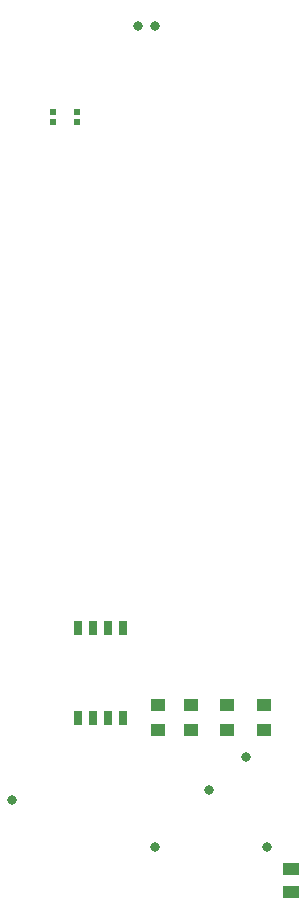
<source format=gbr>
%TF.GenerationSoftware,Altium Limited,Altium Designer,20.1.14 (287)*%
G04 Layer_Color=8421504*
%FSLAX25Y25*%
%MOIN*%
%TF.SameCoordinates,66620FBD-E1AE-4FB5-826F-034038840454*%
%TF.FilePolarity,Positive*%
%TF.FileFunction,Paste,Top*%
%TF.Part,Single*%
G01*
G75*
%TA.AperFunction,SMDPad,CuDef*%
%ADD10R,0.05512X0.04134*%
%ADD11C,0.03200*%
%ADD12R,0.02992X0.05000*%
%ADD13R,0.04724X0.04331*%
G04:AMPARAMS|DCode=14|XSize=21.65mil|YSize=19.68mil|CornerRadius=2.46mil|HoleSize=0mil|Usage=FLASHONLY|Rotation=0.000|XOffset=0mil|YOffset=0mil|HoleType=Round|Shape=RoundedRectangle|*
%AMROUNDEDRECTD14*
21,1,0.02165,0.01476,0,0,0.0*
21,1,0.01673,0.01968,0,0,0.0*
1,1,0.00492,0.00837,-0.00738*
1,1,0.00492,-0.00837,-0.00738*
1,1,0.00492,-0.00837,0.00738*
1,1,0.00492,0.00837,0.00738*
%
%ADD14ROUNDEDRECTD14*%
D10*
X145500Y6020D02*
D03*
Y13500D02*
D03*
D11*
X100000Y294500D02*
D03*
X52500Y36500D02*
D03*
X94500Y294500D02*
D03*
X100000Y21000D02*
D03*
X137500D02*
D03*
X130500Y51000D02*
D03*
X118000Y40000D02*
D03*
D12*
X74500Y94000D02*
D03*
X79500D02*
D03*
X84500D02*
D03*
X89500D02*
D03*
Y64000D02*
D03*
X84500D02*
D03*
X79500D02*
D03*
X74500D02*
D03*
D13*
X101000Y60000D02*
D03*
Y68268D02*
D03*
X136500Y60000D02*
D03*
Y68268D02*
D03*
X112000Y60000D02*
D03*
Y68268D02*
D03*
X124000Y60000D02*
D03*
Y68268D02*
D03*
D14*
X74000Y262500D02*
D03*
Y266043D02*
D03*
X66000Y262500D02*
D03*
Y266043D02*
D03*
%TF.MD5,115c76da0e133560a85cac514054e764*%
M02*

</source>
